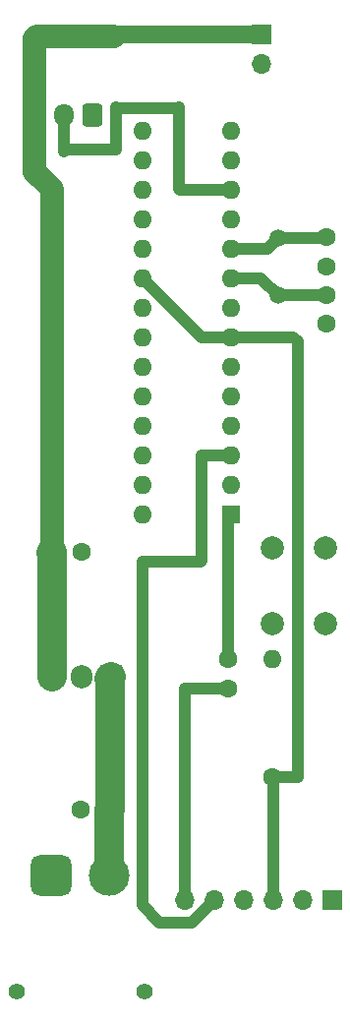
<source format=gbr>
%TF.GenerationSoftware,KiCad,Pcbnew,8.0.8-8.0.8-0~ubuntu24.04.1*%
%TF.CreationDate,2025-02-21T09:49:17+09:00*%
%TF.ProjectId,led01,6c656430-312e-46b6-9963-61645f706362,rev?*%
%TF.SameCoordinates,Original*%
%TF.FileFunction,Copper,L1,Top*%
%TF.FilePolarity,Positive*%
%FSLAX46Y46*%
G04 Gerber Fmt 4.6, Leading zero omitted, Abs format (unit mm)*
G04 Created by KiCad (PCBNEW 8.0.8-8.0.8-0~ubuntu24.04.1) date 2025-02-21 09:49:17*
%MOMM*%
%LPD*%
G01*
G04 APERTURE LIST*
G04 Aperture macros list*
%AMRoundRect*
0 Rectangle with rounded corners*
0 $1 Rounding radius*
0 $2 $3 $4 $5 $6 $7 $8 $9 X,Y pos of 4 corners*
0 Add a 4 corners polygon primitive as box body*
4,1,4,$2,$3,$4,$5,$6,$7,$8,$9,$2,$3,0*
0 Add four circle primitives for the rounded corners*
1,1,$1+$1,$2,$3*
1,1,$1+$1,$4,$5*
1,1,$1+$1,$6,$7*
1,1,$1+$1,$8,$9*
0 Add four rect primitives between the rounded corners*
20,1,$1+$1,$2,$3,$4,$5,0*
20,1,$1+$1,$4,$5,$6,$7,0*
20,1,$1+$1,$6,$7,$8,$9,0*
20,1,$1+$1,$8,$9,$2,$3,0*%
G04 Aperture macros list end*
%TA.AperFunction,ComponentPad*%
%ADD10R,1.700000X1.700000*%
%TD*%
%TA.AperFunction,ComponentPad*%
%ADD11O,1.700000X1.700000*%
%TD*%
%TA.AperFunction,ComponentPad*%
%ADD12C,1.600000*%
%TD*%
%TA.AperFunction,ComponentPad*%
%ADD13C,2.000000*%
%TD*%
%TA.AperFunction,ComponentPad*%
%ADD14C,1.400000*%
%TD*%
%TA.AperFunction,ComponentPad*%
%ADD15RoundRect,0.770000X0.980000X0.980000X-0.980000X0.980000X-0.980000X-0.980000X0.980000X-0.980000X0*%
%TD*%
%TA.AperFunction,ComponentPad*%
%ADD16C,3.500000*%
%TD*%
%TA.AperFunction,ComponentPad*%
%ADD17R,1.600000X1.600000*%
%TD*%
%TA.AperFunction,ComponentPad*%
%ADD18O,1.600000X1.600000*%
%TD*%
%TA.AperFunction,ComponentPad*%
%ADD19RoundRect,0.250000X0.600000X0.725000X-0.600000X0.725000X-0.600000X-0.725000X0.600000X-0.725000X0*%
%TD*%
%TA.AperFunction,ComponentPad*%
%ADD20O,1.700000X1.950000*%
%TD*%
%TA.AperFunction,ComponentPad*%
%ADD21R,1.905000X2.000000*%
%TD*%
%TA.AperFunction,ComponentPad*%
%ADD22O,1.905000X2.000000*%
%TD*%
%TA.AperFunction,ComponentPad*%
%ADD23C,1.500000*%
%TD*%
%TA.AperFunction,Conductor*%
%ADD24C,1.000000*%
%TD*%
%TA.AperFunction,Conductor*%
%ADD25C,2.500000*%
%TD*%
%TA.AperFunction,Conductor*%
%ADD26C,2.000000*%
%TD*%
%TA.AperFunction,Conductor*%
%ADD27C,1.500000*%
%TD*%
G04 APERTURE END LIST*
D10*
%TO.P,J2,1,Pin_1*%
%TO.N,led_5V*%
X122625000Y-51350000D03*
D11*
%TO.P,J2,2,Pin_2*%
%TO.N,VCC*%
X122625000Y-53890000D03*
%TD*%
D12*
%TO.P,C1,1*%
%TO.N,Net-(U1-~{RESET}{slash}PC6)*%
X119725000Y-105150000D03*
%TO.P,C1,2*%
%TO.N,Net-(J1-Pin_6)*%
X119725000Y-107650000D03*
%TD*%
%TO.P,C4,1*%
%TO.N,batt_16V*%
X109525000Y-118050000D03*
%TO.P,C4,2*%
%TO.N,GND*%
X107025000Y-118050000D03*
%TD*%
D13*
%TO.P,SW1,1,1*%
%TO.N,Net-(U1-~{RESET}{slash}PC6)*%
X123575000Y-102050000D03*
X123575000Y-95550000D03*
%TO.P,SW1,2,2*%
%TO.N,GND*%
X128075000Y-102050000D03*
X128075000Y-95550000D03*
%TD*%
D14*
%TO.P,J4,*%
%TO.N,*%
X112500000Y-133725000D03*
X101500000Y-133725000D03*
D15*
%TO.P,J4,1,Pin_1*%
%TO.N,GND*%
X104500000Y-123725000D03*
D16*
%TO.P,J4,2,Pin_2*%
%TO.N,batt_16V*%
X109500000Y-123725000D03*
%TD*%
D17*
%TO.P,U1,1,~{RESET}/PC6*%
%TO.N,Net-(U1-~{RESET}{slash}PC6)*%
X119975000Y-92625000D03*
D18*
%TO.P,U1,2,PD0*%
%TO.N,Net-(J1-Pin_4)*%
X119975000Y-90085000D03*
%TO.P,U1,3,PD1*%
%TO.N,Net-(J1-Pin_5)*%
X119975000Y-87545000D03*
%TO.P,U1,4,PD2*%
%TO.N,unconnected-(U1-PD2-Pad4)*%
X119975000Y-85005000D03*
%TO.P,U1,5,PD3*%
%TO.N,unconnected-(U1-PD3-Pad5)*%
X119975000Y-82465000D03*
%TO.P,U1,6,PD4*%
%TO.N,unconnected-(U1-PD4-Pad6)*%
X119975000Y-79925000D03*
%TO.P,U1,7,VCC*%
%TO.N,VCC*%
X119975000Y-77385000D03*
%TO.P,U1,8,GND*%
%TO.N,GND*%
X119975000Y-74845000D03*
%TO.P,U1,9,XTAL1/PB6*%
%TO.N,Net-(U1-XTAL1{slash}PB6)*%
X119975000Y-72305000D03*
%TO.P,U1,10,XTAL2/PB7*%
%TO.N,Net-(U1-XTAL2{slash}PB7)*%
X119975000Y-69765000D03*
%TO.P,U1,11,PD5*%
%TO.N,unconnected-(U1-PD5-Pad11)*%
X119975000Y-67225000D03*
%TO.P,U1,12,PD6*%
%TO.N,signal*%
X119975000Y-64685000D03*
%TO.P,U1,13,PD7*%
%TO.N,unconnected-(U1-PD7-Pad13)*%
X119975000Y-62145000D03*
%TO.P,U1,14,PB0*%
%TO.N,unconnected-(U1-PB0-Pad14)*%
X119975000Y-59605000D03*
%TO.P,U1,15,PB1*%
%TO.N,unconnected-(U1-PB1-Pad15)*%
X112355000Y-59605000D03*
%TO.P,U1,16,PB2*%
%TO.N,unconnected-(U1-PB2-Pad16)*%
X112355000Y-62145000D03*
%TO.P,U1,17,PB3*%
%TO.N,unconnected-(U1-PB3-Pad17)*%
X112355000Y-64685000D03*
%TO.P,U1,18,PB4*%
%TO.N,unconnected-(U1-PB4-Pad18)*%
X112355000Y-67225000D03*
%TO.P,U1,19,PB5*%
%TO.N,unconnected-(U1-PB5-Pad19)*%
X112355000Y-69765000D03*
%TO.P,U1,20,AVCC*%
%TO.N,VCC*%
X112355000Y-72305000D03*
%TO.P,U1,21,AREF*%
%TO.N,unconnected-(U1-AREF-Pad21)*%
X112355000Y-74845000D03*
%TO.P,U1,22,GND*%
%TO.N,GND*%
X112355000Y-77385000D03*
%TO.P,U1,23,PC0*%
%TO.N,unconnected-(U1-PC0-Pad23)*%
X112355000Y-79925000D03*
%TO.P,U1,24,PC1*%
%TO.N,unconnected-(U1-PC1-Pad24)*%
X112355000Y-82465000D03*
%TO.P,U1,25,PC2*%
%TO.N,unconnected-(U1-PC2-Pad25)*%
X112355000Y-85005000D03*
%TO.P,U1,26,PC3*%
%TO.N,unconnected-(U1-PC3-Pad26)*%
X112355000Y-87545000D03*
%TO.P,U1,27,PC4*%
%TO.N,unconnected-(U1-PC4-Pad27)*%
X112355000Y-90085000D03*
%TO.P,U1,28,PC5*%
%TO.N,unconnected-(U1-PC5-Pad28)*%
X112355000Y-92625000D03*
%TD*%
D10*
%TO.P,J1,1,Pin_1*%
%TO.N,GND*%
X128700000Y-125825000D03*
D11*
%TO.P,J1,2,Pin_2*%
%TO.N,unconnected-(J1-Pin_2-Pad2)*%
X126160000Y-125825000D03*
%TO.P,J1,3,Pin_3*%
%TO.N,VCC*%
X123620000Y-125825000D03*
%TO.P,J1,4,Pin_4*%
%TO.N,Net-(J1-Pin_4)*%
X121080000Y-125825000D03*
%TO.P,J1,5,Pin_5*%
%TO.N,Net-(J1-Pin_5)*%
X118540000Y-125825000D03*
%TO.P,J1,6,Pin_6*%
%TO.N,Net-(J1-Pin_6)*%
X116000000Y-125825000D03*
%TD*%
D12*
%TO.P,R1,1*%
%TO.N,VCC*%
X123500000Y-115255000D03*
D18*
%TO.P,R1,2*%
%TO.N,Net-(U1-~{RESET}{slash}PC6)*%
X123500000Y-105095000D03*
%TD*%
D19*
%TO.P,J3,1,Pin_1*%
%TO.N,GND*%
X108075000Y-58275000D03*
D20*
%TO.P,J3,2,Pin_2*%
%TO.N,signal*%
X105575000Y-58275000D03*
%TO.P,J3,3,Pin_3*%
%TO.N,led_5V*%
X103075000Y-58275000D03*
%TD*%
D12*
%TO.P,C5,1*%
%TO.N,led_5V*%
X104575000Y-95875000D03*
%TO.P,C5,2*%
%TO.N,GND*%
X107075000Y-95875000D03*
%TD*%
D21*
%TO.P,U2,1,VI*%
%TO.N,batt_16V*%
X109615000Y-106655000D03*
D22*
%TO.P,U2,2,GND*%
%TO.N,GND*%
X107075000Y-106655000D03*
%TO.P,U2,3,VO*%
%TO.N,led_5V*%
X104535000Y-106655000D03*
%TD*%
D12*
%TO.P,C2,1*%
%TO.N,Net-(U1-XTAL2{slash}PB7)*%
X128225000Y-68825000D03*
%TO.P,C2,2*%
%TO.N,GND*%
X128225000Y-71325000D03*
%TD*%
D23*
%TO.P,Y1,1,1*%
%TO.N,Net-(U1-XTAL1{slash}PB6)*%
X124025000Y-73775000D03*
%TO.P,Y1,2,2*%
%TO.N,Net-(U1-XTAL2{slash}PB7)*%
X124025000Y-68875000D03*
%TD*%
D12*
%TO.P,C3,1*%
%TO.N,Net-(U1-XTAL1{slash}PB6)*%
X128175000Y-73750000D03*
%TO.P,C3,2*%
%TO.N,GND*%
X128175000Y-76250000D03*
%TD*%
D24*
%TO.N,Net-(U1-~{RESET}{slash}PC6)*%
X119725000Y-105150000D02*
X119725000Y-92875000D01*
X119725000Y-92875000D02*
X119975000Y-92625000D01*
%TO.N,Net-(U1-XTAL2{slash}PB7)*%
X124025000Y-68875000D02*
X128175000Y-68875000D01*
X128175000Y-68875000D02*
X128225000Y-68825000D01*
X119975000Y-69765000D02*
X123135000Y-69765000D01*
X123135000Y-69765000D02*
X124025000Y-68875000D01*
%TO.N,Net-(U1-XTAL1{slash}PB6)*%
X128150000Y-73775000D02*
X128175000Y-73750000D01*
X122555000Y-72305000D02*
X124025000Y-73775000D01*
X119975000Y-72305000D02*
X122555000Y-72305000D01*
X124025000Y-73775000D02*
X128150000Y-73775000D01*
%TO.N,VCC*%
X117435000Y-77385000D02*
X112355000Y-72305000D01*
X125700000Y-77775000D02*
X125310000Y-77385000D01*
X119975000Y-77385000D02*
X117435000Y-77385000D01*
X123620000Y-115375000D02*
X123500000Y-115255000D01*
X125310000Y-77385000D02*
X119975000Y-77385000D01*
X123620000Y-125825000D02*
X123620000Y-115375000D01*
X125655000Y-115255000D02*
X125700000Y-115300000D01*
X123500000Y-115255000D02*
X125655000Y-115255000D01*
X125700000Y-115300000D02*
X125700000Y-77775000D01*
X123500000Y-115255000D02*
X123302500Y-115452500D01*
%TO.N,Net-(J1-Pin_6)*%
X116000000Y-107625000D02*
X116025000Y-107650000D01*
X116025000Y-107650000D02*
X119725000Y-107650000D01*
X116000000Y-125825000D02*
X116000000Y-107625000D01*
%TO.N,Net-(J1-Pin_5)*%
X116590000Y-127775000D02*
X113775000Y-127775000D01*
X112319586Y-126319586D02*
X112319586Y-96755414D01*
X118540000Y-125825000D02*
X116590000Y-127775000D01*
X117350000Y-96725000D02*
X117425000Y-96650000D01*
X117425000Y-87550000D02*
X117430000Y-87545000D01*
X117430000Y-87545000D02*
X119975000Y-87545000D01*
X113775000Y-127775000D02*
X112319586Y-126319586D01*
X112350000Y-96725000D02*
X117350000Y-96725000D01*
X117425000Y-96650000D02*
X117425000Y-87550000D01*
X112319586Y-96755414D02*
X112350000Y-96725000D01*
D25*
%TO.N,batt_16V*%
X109500000Y-118075000D02*
X109525000Y-118050000D01*
X109500000Y-123725000D02*
X109500000Y-118075000D01*
X109525000Y-118050000D02*
X109525000Y-106745000D01*
X109500000Y-106770000D02*
X109615000Y-106655000D01*
X109525000Y-106745000D02*
X109615000Y-106655000D01*
D26*
%TO.N,led_5V*%
X103225000Y-51500000D02*
X109900000Y-51500000D01*
X103075000Y-63225000D02*
X103075000Y-58275000D01*
X103075000Y-51650000D02*
X103225000Y-51500000D01*
X103075000Y-58275000D02*
X103075000Y-51650000D01*
X103450000Y-63500000D02*
X103350000Y-63500000D01*
D27*
X122625000Y-51350000D02*
X108125000Y-51350000D01*
D25*
X104535000Y-106655000D02*
X104535000Y-96085000D01*
X104610000Y-95910000D02*
X104575000Y-95875000D01*
D26*
X103350000Y-63500000D02*
X103075000Y-63225000D01*
X104575000Y-95875000D02*
X104575000Y-64625000D01*
X104575000Y-64625000D02*
X103450000Y-63500000D01*
D25*
X104575000Y-95875000D02*
X104450000Y-96000000D01*
D27*
X108025000Y-51250000D02*
X108075000Y-51300000D01*
D25*
X104535000Y-96085000D02*
X104450000Y-96000000D01*
D27*
X108125000Y-51350000D02*
X108075000Y-51300000D01*
D24*
%TO.N,signal*%
X119975000Y-64685000D02*
X115615000Y-64685000D01*
X110075000Y-57675000D02*
X110050000Y-57650000D01*
X105725000Y-61275000D02*
X105600000Y-61400000D01*
X115450000Y-57656014D02*
X115475977Y-57630037D01*
X115475977Y-57630037D02*
X115480650Y-57629131D01*
X110050000Y-57650000D02*
X110050000Y-61275000D01*
X110050000Y-61275000D02*
X105725000Y-61275000D01*
X115480650Y-57629131D02*
X115434781Y-57675000D01*
X115575000Y-64725000D02*
X115450000Y-64600000D01*
X105575000Y-61375000D02*
X105575000Y-58275000D01*
X105600000Y-61400000D02*
X105575000Y-61375000D01*
X115434781Y-57675000D02*
X110075000Y-57675000D01*
X115450000Y-64600000D02*
X115450000Y-57656014D01*
X115615000Y-64685000D02*
X115575000Y-64725000D01*
%TD*%
M02*

</source>
